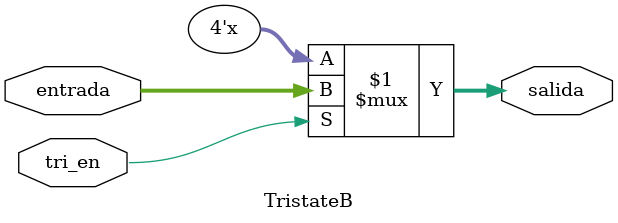
<source format=sv>

module TristateB #(parameter N=4)(input logic tri_en, input logic [N-1:0] entrada, output logic [N-1:0] salida);

	assign salida = (tri_en) ? entrada: 4'bz;

endmodule
</source>
